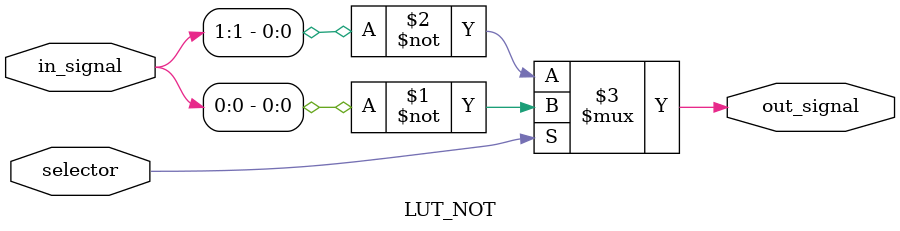
<source format=sv>
`timescale 1ns / 1ps


// -----------------------------------------------------------------------------
//      Module: LUT_NOT
//      Author: Qingyu Han
// Modified on: Oct 19,2023
// Description: This module implements a simple Look-Up Table (LUT) with
//              two inputs and one output. The LUT performs bitwise negation
//              on the input and selects between two outputs based on the 'sel'
//              signal.
// -----------------------------------------------------------------------------

module LUT_NOT(
    input wire [1:0] in_signal,  // Input signal for LUT
    input wire selector,    // Select signal for LUT
    output wire out_signal  // Output signal from LUT
    );
    
    // LUT (Look-Up Table) for NOT
    assign out_signal = (selector) ? ~in_signal[0] : ~in_signal[1];      
endmodule

</source>
